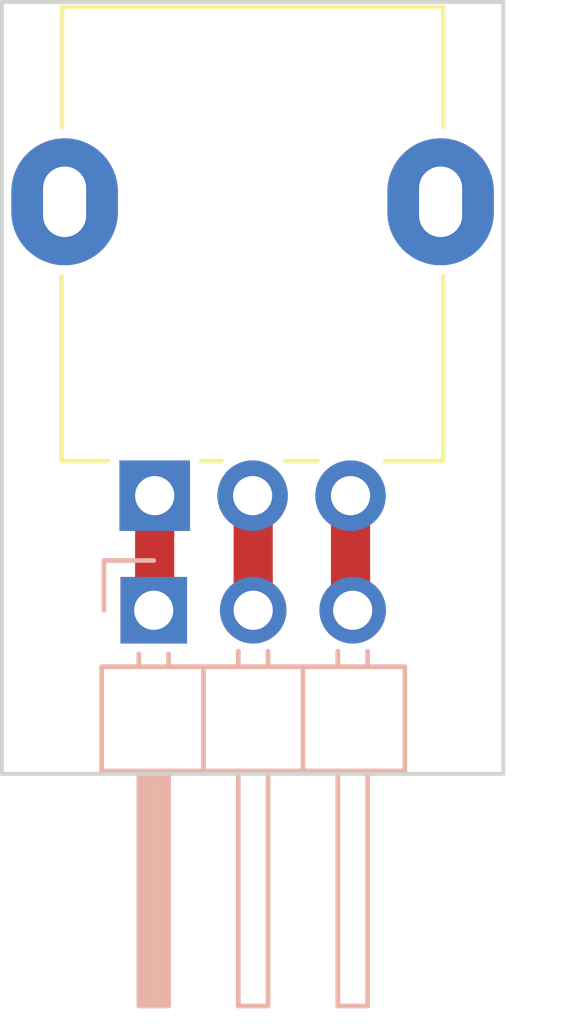
<source format=kicad_pcb>
(kicad_pcb (version 20221018) (generator pcbnew)
  (layers (0 "F.Cu" signal) (31 "B.Cu" signal) (34 "B.Paste" user) (35 "F.Paste" user) (36 "B.SilkS" user "B.Silkscreen") (37 "F.SilkS" user "F.Silkscreen") (38 "B.Mask" user) (39 "F.Mask" user) (44 "Edge.Cuts" user))
  (net 0 "")
  (net 1 "Net-(J1-Pin_1)")
  (net 2 "Net-(J1-Pin_2)")
  (net 3 "Net-(J1-Pin_3)")
  (footprint "Potentiometer_THT:Potentiometer_Alpha_RD901F-40-00D_Single_Vertical" (layer "F.Cu") (at 152.6 97.9 90)
    (fp_text reference "RV1" hide)
    (fp_text value "R_Potentiometer_US")
    (fp_line (start 0.88 -2.38) (end 5.6 -2.38) (stroke (width 0.12)) (layer "F.SilkS"))
    (fp_line (start 0.88 -1.19) (end 0.88 -2.37) (stroke (width 0.12)) (layer "F.SilkS"))
    (fp_line (start 0.88 1.71) (end 0.88 1.18) (stroke (width 0.12)) (layer "F.SilkS"))
    (fp_line (start 0.88 4.16) (end 0.88 3.33) (stroke (width 0.12)) (layer "F.SilkS"))
    (fp_line (start 0.88 7.37) (end 0.88 5.88) (stroke (width 0.12)) (layer "F.SilkS"))
    (fp_line (start 0.88 7.37) (end 5.6 7.37) (stroke (width 0.12)) (layer "F.SilkS"))
    (fp_line (start 9.41 -2.37) (end 12.47 -2.37) (stroke (width 0.12)) (layer "F.SilkS"))
    (fp_line (start 9.41 7.37) (end 12.47 7.37) (stroke (width 0.12)) (layer "F.SilkS"))
    (fp_line (start 12.47 7.37) (end 12.47 -2.37) (stroke (width 0.12)) (layer "F.SilkS"))
    (pad "" thru_hole oval (at 7.5 -2.3 180) (size 2.72 3.24) (drill oval 1.1 1.8) (layers "*.Cu" "*.Mask"))
    (pad "" thru_hole oval (at 7.5 7.3 180) (size 2.72 3.24) (drill oval 1.1 1.8) (layers "*.Cu" "*.Mask"))
    (pad "1" thru_hole rect (at 0 0 180) (size 1.8 1.8) (drill 1) (layers "*.Cu" "*.Mask") (net 1 "Net-(J1-Pin_1)"))
    (pad "2" thru_hole circle (at 0 2.5 180) (size 1.8 1.8) (drill 1) (layers "*.Cu" "*.Mask") (net 2 "Net-(J1-Pin_2)"))
    (pad "3" thru_hole circle (at 0 5 180) (size 1.8 1.8) (drill 1) (layers "*.Cu" "*.Mask") (net 3 "Net-(J1-Pin_3)"))
  )
  (footprint "Connector_PinHeader_2.54mm:PinHeader_1x03_P2.54mm_Horizontal" (layer "B.Cu") (at 152.575 100.825 -90)
    (fp_text reference "J1" hide)
    (fp_text value "Conn_01x03")
    (fp_line (start -1.27 0) (end -1.27 1.27) (stroke (width 0.12)) (layer "B.SilkS"))
    (fp_line (start -1.27 1.27) (end 0 1.27) (stroke (width 0.12)) (layer "B.SilkS"))
    (fp_line (start 1.042929 -5.46) (end 1.44 -5.46) (stroke (width 0.12)) (layer "B.SilkS"))
    (fp_line (start 1.042929 -4.7) (end 1.44 -4.7) (stroke (width 0.12)) (layer "B.SilkS"))
    (fp_line (start 1.042929 -2.92) (end 1.44 -2.92) (stroke (width 0.12)) (layer "B.SilkS"))
    (fp_line (start 1.042929 -2.16) (end 1.44 -2.16) (stroke (width 0.12)) (layer "B.SilkS"))
    (fp_line (start 1.11 -0.38) (end 1.44 -0.38) (stroke (width 0.12)) (layer "B.SilkS"))
    (fp_line (start 1.11 0.38) (end 1.44 0.38) (stroke (width 0.12)) (layer "B.SilkS"))
    (fp_line (start 1.44 -6.41) (end 4.1 -6.41) (stroke (width 0.12)) (layer "B.SilkS"))
    (fp_line (start 1.44 -3.81) (end 4.1 -3.81) (stroke (width 0.12)) (layer "B.SilkS"))
    (fp_line (start 1.44 -1.27) (end 4.1 -1.27) (stroke (width 0.12)) (layer "B.SilkS"))
    (fp_line (start 1.44 1.33) (end 1.44 -6.41) (stroke (width 0.12)) (layer "B.SilkS"))
    (fp_line (start 4.1 -6.41) (end 4.1 1.33) (stroke (width 0.12)) (layer "B.SilkS"))
    (fp_line (start 4.1 -4.7) (end 10.1 -4.7) (stroke (width 0.12)) (layer "B.SilkS"))
    (fp_line (start 4.1 -2.16) (end 10.1 -2.16) (stroke (width 0.12)) (layer "B.SilkS"))
    (fp_line (start 4.1 -0.28) (end 10.1 -0.28) (stroke (width 0.12)) (layer "B.SilkS"))
    (fp_line (start 4.1 -0.16) (end 10.1 -0.16) (stroke (width 0.12)) (layer "B.SilkS"))
    (fp_line (start 4.1 -0.04) (end 10.1 -0.04) (stroke (width 0.12)) (layer "B.SilkS"))
    (fp_line (start 4.1 0.08) (end 10.1 0.08) (stroke (width 0.12)) (layer "B.SilkS"))
    (fp_line (start 4.1 0.2) (end 10.1 0.2) (stroke (width 0.12)) (layer "B.SilkS"))
    (fp_line (start 4.1 0.32) (end 10.1 0.32) (stroke (width 0.12)) (layer "B.SilkS"))
    (fp_line (start 4.1 0.38) (end 10.1 0.38) (stroke (width 0.12)) (layer "B.SilkS"))
    (fp_line (start 4.1 1.33) (end 1.44 1.33) (stroke (width 0.12)) (layer "B.SilkS"))
    (fp_line (start 10.1 -5.46) (end 4.1 -5.46) (stroke (width 0.12)) (layer "B.SilkS"))
    (fp_line (start 10.1 -4.7) (end 10.1 -5.46) (stroke (width 0.12)) (layer "B.SilkS"))
    (fp_line (start 10.1 -2.92) (end 4.1 -2.92) (stroke (width 0.12)) (layer "B.SilkS"))
    (fp_line (start 10.1 -2.16) (end 10.1 -2.92) (stroke (width 0.12)) (layer "B.SilkS"))
    (fp_line (start 10.1 -0.38) (end 4.1 -0.38) (stroke (width 0.12)) (layer "B.SilkS"))
    (fp_line (start 10.1 0.38) (end 10.1 -0.38) (stroke (width 0.12)) (layer "B.SilkS"))
    (pad "1" thru_hole rect (at 0 0 270) (size 1.7 1.7) (drill 1) (layers "*.Cu" "*.Mask") (net 1 "Net-(J1-Pin_1)"))
    (pad "2" thru_hole oval (at 0 -2.54 270) (size 1.7 1.7) (drill 1) (layers "*.Cu" "*.Mask") (net 2 "Net-(J1-Pin_2)"))
    (pad "3" thru_hole oval (at 0 -5.08 270) (size 1.7 1.7) (drill 1) (layers "*.Cu" "*.Mask") (net 3 "Net-(J1-Pin_3)"))
  )
  (gr_rect (start 148.7 85.3) (end 161.5 105) (stroke (width 0.1)) (fill none) (layer "Edge.Cuts"))
  (segment (start 152.6 100.8) (end 152.575 100.825) (width 1) (layer "F.Cu") (net 1))
  (segment (start 152.6 97.9) (end 152.6 100.8) (width 1) (layer "F.Cu") (net 1))
  (segment (start 155.115 100.825) (end 155.115 97.915) (width 1) (layer "F.Cu") (net 2))
  (segment (start 155.115 97.915) (end 155.1 97.9) (width 1) (layer "F.Cu") (net 2))
  (segment (start 157.6 100.77) (end 157.655 100.825) (width 1) (layer "F.Cu") (net 3))
  (segment (start 157.6 97.9) (end 157.6 100.77) (width 1) (layer "F.Cu") (net 3))
)
</source>
